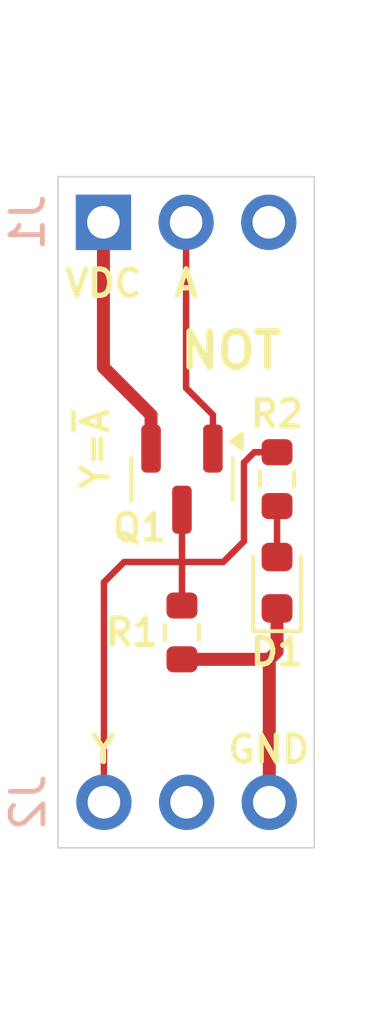
<source format=kicad_pcb>
(kicad_pcb (version 20241229) (generator "pcbnew") (generator_version "9.0")
  (title_block (title "NOT") (date "2025-04-09") (rev "1"))
  (layers (0 "F.Cu" signal) (2 "B.Cu" signal) (13 "F.Paste" user) (15 "B.Paste" user) (5 "F.SilkS" user "F.Silkscreen") (7 "B.SilkS" user "B.Silkscreen") (1 "F.Mask" user) (3 "B.Mask" user) (25 "Edge.Cuts" user))
  (net 0 "")
  (net 1 "Net-(D1-A)")
  (net 2 "GND")
  (net 4 "/A")
  (net 5 "VDC")
  (net 7 "/Y")
  (footprint "Resistor_SMD:R_0603_1608Metric" (layer "F.Cu") (at 132.334 84.074 -90)
    (property "Reference" "R2" (at -1.524 0 0) (layer "F.SilkS") (effects (font (size 0.8128 0.8128) (thickness 0.16256) (bold yes)) (justify bottom)))
    (property "Value" "150")
    (fp_line (start -0.237258 0.5225) (end 0.237258 0.5225) (stroke (width 0.12)) (layer "F.SilkS"))
    (fp_line (start -0.237258 -0.5225) (end 0.237258 -0.5225) (stroke (width 0.12)) (layer "F.SilkS"))
    (pad "1" smd roundrect (at -0.825 0 270) (size 0.8 0.95) (layers "F.Cu" "F.Mask" "F.Paste") (net 7 "/Y"))
    (pad "2" smd roundrect (at 0.825 0 270) (size 0.8 0.95) (layers "F.Cu" "F.Mask" "F.Paste") (net 1 "Net-(D1-A)"))
  )
  (footprint "LED_SMD:LED_0603_1608Metric" (layer "F.Cu") (at 132.334 87.249 90)
    (property "Reference" "D1" (at -1.651 0 0) (layer "F.SilkS") (effects (font (size 0.8128 0.8128) (thickness 0.16256) (bold yes)) (justify top)))
    (property "Value" "Green")
    (fp_line (start 0.8 -0.735) (end -1.485 -0.735) (stroke (width 0.12)) (layer "F.SilkS"))
    (fp_line (start -1.485 -0.735) (end -1.485 0.735) (stroke (width 0.12)) (layer "F.SilkS"))
    (fp_line (start -1.485 0.735) (end 0.8 0.735) (stroke (width 0.12)) (layer "F.SilkS"))
    (pad "1" smd roundrect (at -0.7875 0 90) (size 0.875 0.95) (layers "F.Cu" "F.Mask" "F.Paste") (net 2 "GND"))
    (pad "2" smd roundrect (at 0.7875 0 90) (size 0.875 0.95) (layers "F.Cu" "F.Mask" "F.Paste") (net 1 "Net-(D1-A)"))
  )
  (footprint "Resistor_SMD:R_0603_1608Metric" (layer "F.Cu") (at 129.413 88.773 -90)
    (property "Reference" "R1" (at 0 0.635 0) (layer "F.SilkS") (effects (font (size 0.8128 0.8128) (thickness 0.16256) (bold yes)) (justify right)))
    (property "Value" "10k")
    (fp_line (start -0.237258 0.5225) (end 0.237258 0.5225) (stroke (width 0.12)) (layer "F.SilkS"))
    (fp_line (start -0.237258 -0.5225) (end 0.237258 -0.5225) (stroke (width 0.12)) (layer "F.SilkS"))
    (pad "1" smd roundrect (at -0.825 0 270) (size 0.8 0.95) (layers "F.Cu" "F.Mask" "F.Paste") (net 7 "/Y"))
    (pad "2" smd roundrect (at 0.825 0 270) (size 0.8 0.95) (layers "F.Cu" "F.Mask" "F.Paste") (net 2 "GND"))
  )
  (footprint "Package_TO_SOT_SMD:SOT-23" (layer "F.Cu") (at 129.413 84.074 -90)
    (property "Reference" "Q1" (at 1.016 0.381 0) (layer "F.SilkS") (effects (font (size 0.8128 0.8128) (thickness 0.16256) (bold yes)) (justify right top)))
    (property "Value" "DMP2004K-7")
    (fp_line (start 0 1.56) (end -0.65 1.56) (stroke (width 0.12)) (layer "F.SilkS"))
    (fp_line (start 0 1.56) (end 0.65 1.56) (stroke (width 0.12)) (layer "F.SilkS"))
    (fp_line (start 0 -1.56) (end -0.65 -1.56) (stroke (width 0.12)) (layer "F.SilkS"))
    (fp_line (start 0 -1.56) (end 0.65 -1.56) (stroke (width 0.12)) (layer "F.SilkS"))
    (fp_poly (pts (xy -1.1625 -1.51) (xy -1.4025 -1.84) (xy -0.9225 -1.84) (xy -1.1625 -1.51)) (stroke (width 0.12)) (fill yes) (layer "F.SilkS"))
    (pad "1" smd roundrect (at -0.9375 -0.95 270) (size 1.475 0.6) (layers "F.Cu" "F.Mask" "F.Paste") (net 4 "/A"))
    (pad "2" smd roundrect (at -0.9375 0.95 270) (size 1.475 0.6) (layers "F.Cu" "F.Mask" "F.Paste") (net 5 "VDC"))
    (pad "3" smd roundrect (at 0.9375 0 270) (size 1.475 0.6) (layers "F.Cu" "F.Mask" "F.Paste") (net 7 "/Y"))
  )
  (footprint "Logic:PinHeader_1x03_P2.54mm_Vertical_Bottom" (layer "B.Cu") (at 127.015 93.98 -90)
    (property "Reference" "J2" (at 0 2.33 90) (layer "B.SilkS") (effects (justify mirror)))
    (property "Value" "5-146280-3-ND")
    (pad "1" thru_hole circle (at 0 0 270) (size 1.7 1.7) (drill 1) (layers "*.Cu" "*.Mask") (net 7 "/Y"))
    (pad "2" thru_hole oval (at 0 -2.54 270) (size 1.7 1.7) (drill 1) (layers "*.Cu" "*.Mask"))
    (pad "3" thru_hole oval (at 0 -5.08 270) (size 1.7 1.7) (drill 1) (layers "*.Cu" "*.Mask") (net 2 "GND"))
  )
  (footprint "Logic:PinHeader_1x03_P2.54mm_Vertical_Top" (layer "B.Cu") (at 127 76.2 -90)
    (property "Reference" "J1" (at 0 2.33 90) (layer "B.SilkS") (effects (justify mirror)))
    (property "Value" "5-146280-3-ND")
    (pad "1" thru_hole rect (at 0 0 270) (size 1.7 1.7) (drill 1) (layers "*.Cu" "*.Mask") (net 5 "VDC"))
    (pad "2" thru_hole oval (at 0 -2.54 270) (size 1.7 1.7) (drill 1) (layers "*.Cu" "*.Mask") (net 4 "/A"))
    (pad "3" thru_hole oval (at 0 -5.08 270) (size 1.7 1.7) (drill 1) (layers "*.Cu" "*.Mask"))
  )
  (gr_rect (start 125.603 74.803) (end 133.477 95.377) (stroke (width 0.05)) (fill no) (layer "Edge.Cuts"))
  (gr_text "Y=~{A}" (at 126.746 84.455 90) (layer "F.SilkS") (effects (font (size 0.8128 0.8128) (thickness 0.16256) (bold yes)) (justify left)))
  (gr_text "${TITLE}" (at 132.588 80.137 0) (layer "F.SilkS") (effects (font (size 1.0668 1.0668) (thickness 0.21336) (bold yes)) (justify right)))
  (gr_text "GND" (at 132.08 92.837 0) (layer "F.SilkS") (effects (font (size 0.8128 0.8128) (thickness 0.16256) (bold yes)) (justify bottom)))
  (gr_text "Y" (at 127 92.837 0) (layer "F.SilkS") (effects (font (size 0.8128 0.8128) (thickness 0.16256) (bold yes)) (justify bottom)))
  (gr_text "A" (at 129.54 77.597 0) (layer "F.SilkS") (effects (font (size 0.8128 0.8128) (thickness 0.16256) (bold yes)) (justify top)))
  (gr_text "VDC" (at 127 77.597 0) (layer "F.SilkS") (effects (font (size 0.8128 0.8128) (thickness 0.16256) (bold yes)) (justify top)))
  (segment (start 132.334 84.899) (end 132.334 86.4615) (width 0.2) (layer "F.Cu") (net 1))
  (segment (start 132.334 89.359) (end 132.095 89.598) (width 0.4) (layer "F.Cu") (net 2))
  (segment (start 132.334 88.0365) (end 132.334 89.359) (width 0.4) (layer "F.Cu") (net 2))
  (segment (start 132.095 93.98) (end 132.095 89.598) (width 0.4) (layer "F.Cu") (net 2))
  (segment (start 132.095 89.598) (end 129.413 89.598) (width 0.4) (layer "F.Cu") (net 2))
  (segment (start 129.54 76.2) (end 129.54 81.28) (width 0.2) (layer "F.Cu") (net 4))
  (segment (start 129.54 81.28) (end 130.363 82.103) (width 0.2) (layer "F.Cu") (net 4))
  (segment (start 130.363 82.103) (end 130.363 83.1365) (width 0.2) (layer "F.Cu") (net 4))
  (segment (start 128.463 82.108) (end 127 80.645) (width 0.4) (layer "F.Cu") (net 5))
  (segment (start 128.463 83.1365) (end 128.463 82.108) (width 0.4) (layer "F.Cu") (net 5))
  (segment (start 127 80.645) (end 127 76.2) (width 0.4) (layer "F.Cu") (net 5))
  (segment (start 131.318 85.979) (end 131.318 83.566) (width 0.2) (layer "F.Cu") (net 7))
  (segment (start 131.318 83.566) (end 131.635 83.249) (width 0.2) (layer "F.Cu") (net 7))
  (segment (start 129.413 86.614) (end 130.683 86.614) (width 0.2) (layer "F.Cu") (net 7))
  (segment (start 131.635 83.249) (end 132.334 83.249) (width 0.2) (layer "F.Cu") (net 7))
  (segment (start 127.015 93.98) (end 127.015 87.234) (width 0.2) (layer "F.Cu") (net 7))
  (segment (start 130.683 86.614) (end 131.318 85.979) (width 0.2) (layer "F.Cu") (net 7))
  (segment (start 129.413 87.948) (end 129.413 86.614) (width 0.2) (layer "F.Cu") (net 7))
  (segment (start 127.635 86.614) (end 129.413 86.614) (width 0.2) (layer "F.Cu") (net 7))
  (segment (start 129.413 85.0115) (end 129.413 86.614) (width 0.2) (layer "F.Cu") (net 7))
  (segment (start 127.015 87.234) (end 127.635 86.614) (width 0.2) (layer "F.Cu") (net 7))
)
</source>
